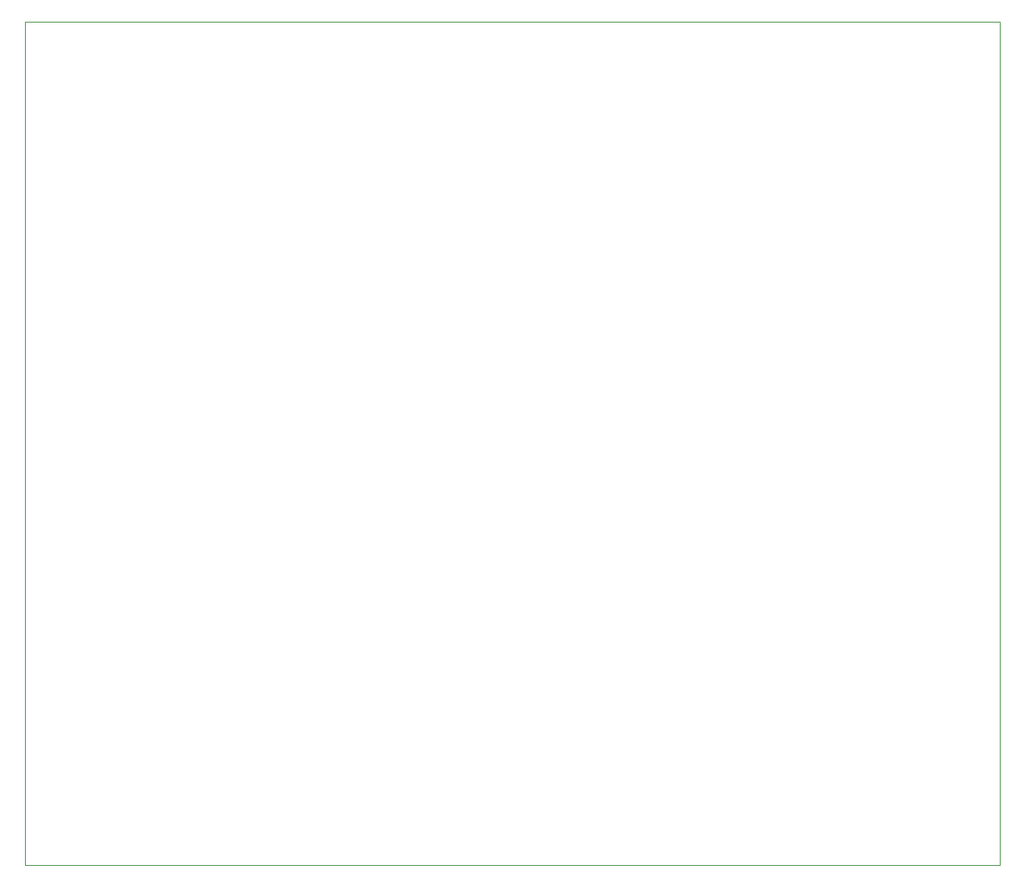
<source format=gm1>
G04 #@! TF.GenerationSoftware,KiCad,Pcbnew,(5.1.5)-3*
G04 #@! TF.CreationDate,2022-03-10T20:17:20-05:00*
G04 #@! TF.ProjectId,supervisor,73757065-7276-4697-936f-722e6b696361,rev?*
G04 #@! TF.SameCoordinates,Original*
G04 #@! TF.FileFunction,Profile,NP*
%FSLAX46Y46*%
G04 Gerber Fmt 4.6, Leading zero omitted, Abs format (unit mm)*
G04 Created by KiCad (PCBNEW (5.1.5)-3) date 2022-03-10 20:17:20*
%MOMM*%
%LPD*%
G04 APERTURE LIST*
%ADD10C,0.050000*%
G04 APERTURE END LIST*
D10*
X106934000Y-141986000D02*
X101092000Y-141986000D01*
X106934000Y-53340000D02*
X101092000Y-53340000D01*
X106934000Y-141986000D02*
X203454000Y-141986000D01*
X203454000Y-141986000D02*
X203454000Y-53340000D01*
X106934000Y-53340000D02*
X203454000Y-53340000D01*
X101092000Y-53340000D02*
X101092000Y-141986000D01*
M02*

</source>
